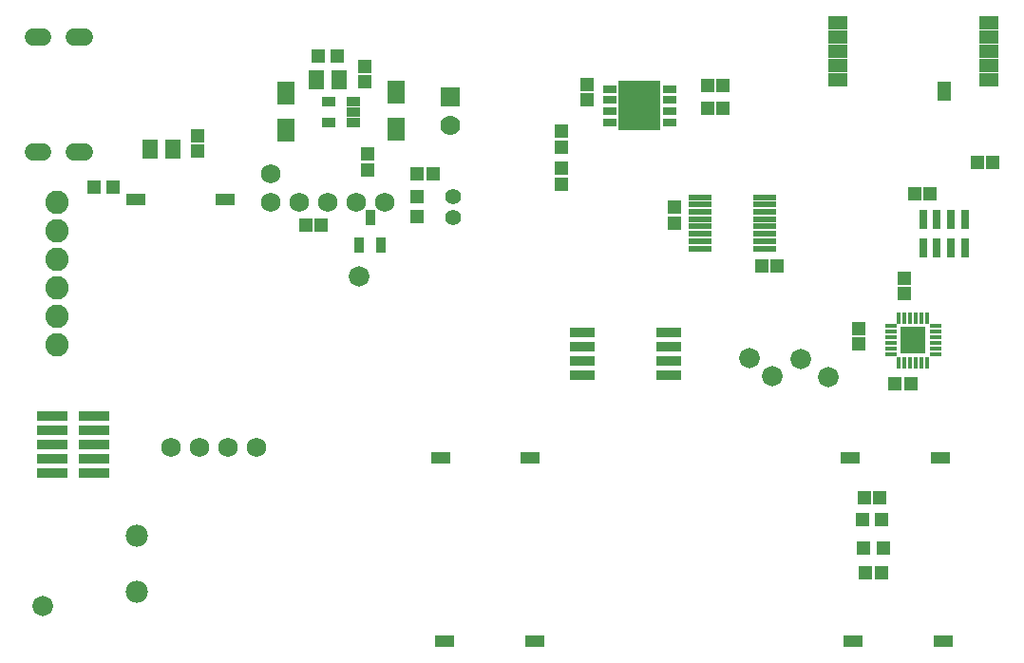
<source format=gbs>
G04 ---------------------------- Layer name :BOTTOM SOLDER LAYER*
G04 EasyEDA v5.7.26, Mon, 08 Oct 2018 11:53:26 GMT*
G04 3e30844db99a4207a4187d0db1b8c40a*
G04 Gerber Generator version 0.2*
G04 Scale: 100 percent, Rotated: No, Reflected: No *
G04 Dimensions in inches *
G04 leading zeros omitted , absolute positions ,2 integer and 4 decimal *
%FSLAX24Y24*%
%MOIN*%
G90*
G70D02*

%ADD37C,0.078000*%
%ADD44R,0.067055X0.039496*%
%ADD45R,0.049732X0.033591*%
%ADD46R,0.070992X0.047370*%
%ADD47R,0.047370X0.070992*%
%ADD48R,0.051000X0.047000*%
%ADD49R,0.039100X0.018200*%
%ADD50R,0.018200X0.039100*%
%ADD51R,0.088700X0.092600*%
%ADD52R,0.051300X0.031600*%
%ADD53R,0.149700X0.173400*%
%ADD54R,0.035559X0.057213*%
%ADD55R,0.047000X0.051000*%
%ADD56R,0.031622X0.067055*%
%ADD57R,0.088000X0.033900*%
%ADD70C,0.059181*%
%ADD71R,0.070000X0.070000*%
%ADD72C,0.070000*%
%ADD73C,0.055240*%
%ADD74C,0.068000*%
%ADD75C,0.072000*%
%ADD76R,0.061500X0.079500*%
%ADD77R,0.053670X0.065870*%
%ADD78R,0.110400X0.033600*%
%ADD79C,0.082000*%
%ADD80R,0.047370X0.051307*%
%ADD81R,0.051307X0.047370*%
%ADD82R,0.079000X0.024000*%

%LPD*%
G54D70*
G01X720Y18382D02*
G01X365Y18382D01*
G01X720Y22417D02*
G01X365Y22417D01*
G01X2177Y22417D02*
G01X1822Y22417D01*
G01X2177Y18382D02*
G01X1822Y18382D01*
G54D71*
G01X15000Y20300D03*
G54D72*
G01X15000Y19300D03*
G54D73*
G01X15100Y16803D03*
G01X15100Y16096D03*
G54D37*
G01X4025Y4925D03*
G01X4025Y2955D03*
G54D74*
G01X8700Y16600D03*
G01X9700Y16600D03*
G01X10700Y16600D03*
G01X11700Y16600D03*
G01X12700Y16600D03*
G01X8700Y17600D03*
G54D75*
G01X11825Y14025D03*
G01X27300Y11125D03*
G01X26300Y10500D03*
G01X25500Y11150D03*
G01X28275Y10475D03*
G01X700Y2450D03*
G54D76*
G01X9260Y20449D03*
G01X9260Y19159D03*
G54D44*
G01X32201Y7659D03*
G01X29051Y7659D03*
G01X14825Y1200D03*
G01X17974Y1200D03*
G01X32311Y1199D03*
G01X29162Y1199D03*
G01X14667Y7653D03*
G01X17816Y7653D03*
G54D45*
G01X11600Y20150D03*
G01X11600Y19776D03*
G01X11600Y19402D03*
G01X10734Y19402D03*
G01X10734Y20150D03*
G54D76*
G01X13110Y20474D03*
G01X13110Y19184D03*
G54D77*
G01X11100Y20900D03*
G01X10300Y20900D03*
G01X5275Y18475D03*
G01X4475Y18475D03*
G54D78*
G01X2505Y7125D03*
G01X2505Y7625D03*
G01X2505Y8125D03*
G01X2505Y8625D03*
G01X2505Y9125D03*
G01X1044Y7125D03*
G01X1044Y7625D03*
G01X1044Y8125D03*
G01X1044Y8625D03*
G01X1044Y9125D03*
G54D46*
G01X33925Y22919D03*
G01X33925Y22419D03*
G01X33925Y21919D03*
G01X33925Y21419D03*
G01X33925Y20919D03*
G01X28610Y22919D03*
G01X28610Y22419D03*
G01X28610Y21919D03*
G01X28610Y21419D03*
G01X28610Y20919D03*
G54D47*
G01X32350Y20525D03*
G54D44*
G01X7125Y16699D03*
G01X3975Y16699D03*
G54D48*
G01X29477Y5467D03*
G01X30147Y5467D03*
G01X29527Y4467D03*
G01X30197Y4467D03*
G01X10364Y21753D03*
G01X11035Y21753D03*
G01X2505Y17157D03*
G01X3175Y17157D03*
G54D79*
G01X1200Y16600D03*
G01X1200Y15600D03*
G01X1200Y14600D03*
G01X1200Y13600D03*
G01X1200Y12600D03*
G01X1200Y11600D03*
G54D80*
G01X24039Y20700D03*
G01X24590Y20700D03*
G01X24585Y19925D03*
G01X24034Y19925D03*
G54D81*
G01X19800Y20760D03*
G01X19800Y20209D03*
G01X18925Y19110D03*
G01X18925Y18559D03*
G01X18925Y17264D03*
G01X18925Y17815D03*
G54D80*
G01X14410Y17600D03*
G01X13859Y17600D03*
G54D81*
G01X12100Y18310D03*
G01X12100Y17759D03*
G54D80*
G01X31860Y16925D03*
G01X31309Y16925D03*
G54D81*
G01X29350Y12185D03*
G01X29350Y11634D03*
G54D80*
G01X30614Y10250D03*
G01X31165Y10250D03*
G54D81*
G01X30950Y13960D03*
G01X30950Y13409D03*
G54D49*
G01X32030Y12265D03*
G01X32030Y12075D03*
G01X32030Y11875D03*
G01X32030Y11675D03*
G01X32030Y11475D03*
G01X32030Y11284D03*
G54D50*
G01X31739Y10994D03*
G01X31550Y10994D03*
G01X31350Y10994D03*
G01X31150Y10994D03*
G01X30950Y10994D03*
G01X30760Y10994D03*
G54D49*
G01X30470Y11284D03*
G01X30470Y11475D03*
G01X30470Y11675D03*
G01X30470Y11875D03*
G01X30470Y12075D03*
G01X30470Y12265D03*
G54D50*
G01X30760Y12554D03*
G01X30950Y12554D03*
G01X31150Y12554D03*
G01X31350Y12554D03*
G01X31550Y12554D03*
G01X31739Y12554D03*
G54D51*
G01X31250Y11775D03*
G54D52*
G01X20600Y19409D03*
G01X20600Y19800D03*
G01X20600Y20200D03*
G01X20600Y20590D03*
G01X22700Y20590D03*
G01X22700Y20200D03*
G01X22700Y19800D03*
G01X22700Y19409D03*
G54D53*
G01X21650Y20000D03*
G54D80*
G01X26485Y14375D03*
G01X25934Y14375D03*
G54D81*
G01X22875Y16435D03*
G01X22875Y15884D03*
G54D82*
G01X23780Y14994D03*
G01X23780Y15255D03*
G01X23780Y15505D03*
G01X23780Y15765D03*
G01X23780Y16025D03*
G01X23780Y16275D03*
G01X23780Y16534D03*
G01X23780Y16784D03*
G01X26060Y16784D03*
G01X26060Y16534D03*
G01X26060Y16275D03*
G01X26060Y16025D03*
G01X26060Y15765D03*
G01X26060Y15505D03*
G01X26060Y15255D03*
G01X26060Y14994D03*
G54D80*
G01X34060Y18000D03*
G01X33509Y18000D03*
G01X9939Y15800D03*
G01X10490Y15800D03*
G54D54*
G01X12200Y16092D03*
G01X11826Y15107D03*
G01X12573Y15107D03*
G54D55*
G01X13839Y16130D03*
G01X13839Y16800D03*
G54D81*
G01X6150Y18960D03*
G01X6150Y18409D03*
G54D56*
G01X31600Y16025D03*
G01X32092Y16025D03*
G01X32584Y16025D03*
G01X33076Y16025D03*
G01X33076Y15001D03*
G01X32584Y15001D03*
G01X32092Y15001D03*
G01X31600Y15001D03*
G54D80*
G01X29589Y3625D03*
G01X30140Y3625D03*
G01X29539Y6250D03*
G01X30090Y6250D03*
G54D74*
G01X5200Y8025D03*
G01X6200Y8025D03*
G01X7200Y8025D03*
G01X8200Y8025D03*
G54D81*
G01X12000Y20839D03*
G01X12000Y21390D03*
G54D57*
G01X19655Y10536D03*
G01X19655Y11044D03*
G01X19655Y11553D03*
G01X19655Y12061D03*
G01X22694Y12061D03*
G01X22694Y11553D03*
G01X22694Y11044D03*
G01X22694Y10536D03*
M00*
M02*

</source>
